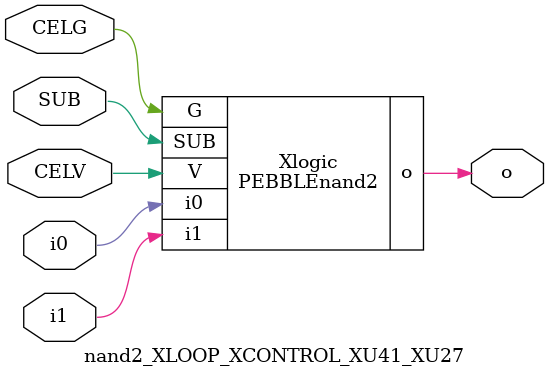
<source format=v>



module PEBBLEnand2 ( o, G, SUB, V, i0, i1 );

  input i0;
  input V;
  input i1;
  input G;
  output o;
  input SUB;
endmodule

//Celera Confidential Do Not Copy nand2_XLOOP_XCONTROL_XU41_XU27
//Celera Confidential Symbol Generator
//5V NAND2
module nand2_XLOOP_XCONTROL_XU41_XU27 (CELV,CELG,i0,i1,o,SUB);
input CELV;
input CELG;
input i0;
input i1;
input SUB;
output o;

//Celera Confidential Do Not Copy nand2
PEBBLEnand2 Xlogic(
.V (CELV),
.i0 (i0),
.i1 (i1),
.o (o),
.SUB (SUB),
.G (CELG)
);
//,diesize,PEBBLEnand2

//Celera Confidential Do Not Copy Module End
//Celera Schematic Generator
endmodule

</source>
